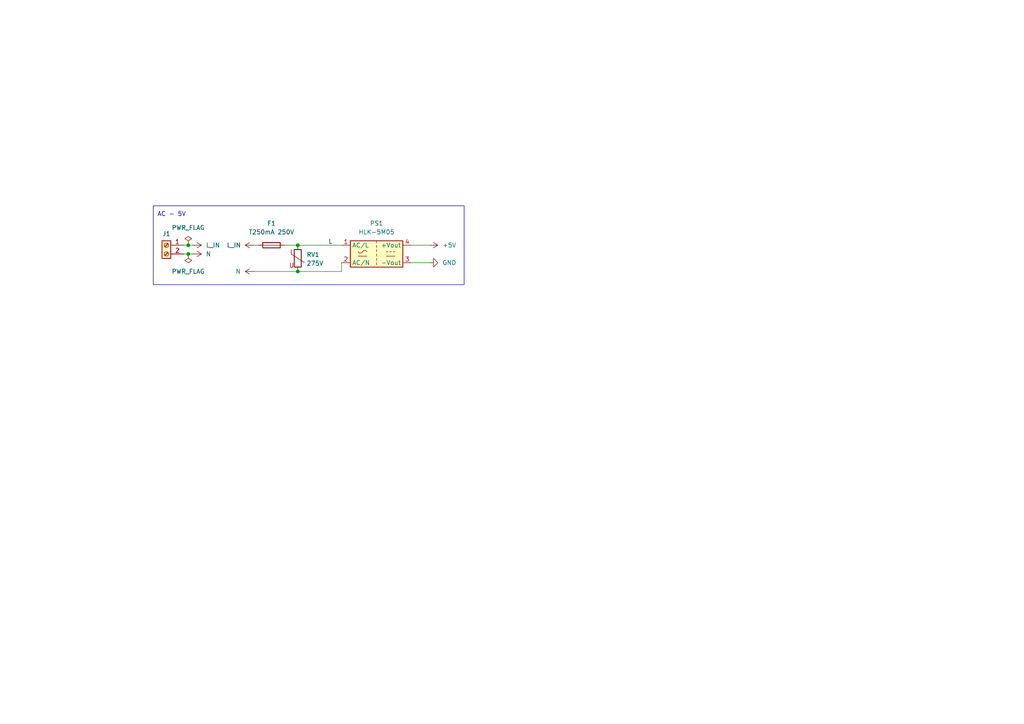
<source format=kicad_sch>
(kicad_sch (version 20250114) (generator "eeschema") (generator_version "9.0")
  (paper "A4")
  (lib_symbols
    (symbol "Converter_ACDC:HLK-5M05"
      (property "Reference" "PS" (at 0 5.08 0))
      (property "Value" "HLK-5M05" (at 0 -5.08 0))
      (symbol "HLK-5M05_0_1"
        (rectangle (start -7.62 3.81) (end 7.62 -3.81) (stroke (width 0.254)) (fill (type background)))
        (polyline (pts (xy -5.334 -0.635) (xy -2.794 -0.635)))
        (arc (start -4.064 0.635) (mid -4.699 0.2495) (end -5.334 0.635))
        (arc (start -4.064 0.635) (mid -3.429 1.0072) (end -2.794 0.635))
        (polyline (pts (xy 0 3.81) (xy 0 3.175)))
        (polyline (pts (xy 0 2.54) (xy 0 1.905)))
        (polyline (pts (xy 0 1.27) (xy 0 0.635)))
        (polyline (pts (xy 0 0) (xy 0 -0.635)))
        (polyline (pts (xy 0 -1.27) (xy 0 -1.905)))
        (polyline (pts (xy 0 -2.54) (xy 0 -3.175)))
        (polyline (pts (xy 2.794 0.635) (xy 3.302 0.635)))
        (polyline (pts (xy 2.794 -0.635) (xy 5.334 -0.635)))
        (polyline (pts (xy 3.81 0.635) (xy 4.318 0.635)))
        (polyline (pts (xy 4.826 0.635) (xy 5.334 0.635)))
      )
      (symbol "HLK-5M05_1_1"
        (pin power_in line (at -10.16 2.54 0) (length 2.54) (name "AC/L") (number "1"))
        (pin power_in line (at -10.16 -2.54 0) (length 2.54) (name "AC/N") (number "2"))
        (pin power_out line (at 10.16 2.54 180) (length 2.54) (name "+Vout") (number "4"))
        (pin power_out line (at 10.16 -2.54 180) (length 2.54) (name "-Vout") (number "3"))
      )
    )
    (symbol "Device:Fuse" (pin_numbers (hide yes)) (pin_names (offset 0))
      (property "Reference" "F" (at 2.032 0 90))
      (property "Value" "Fuse" (at -1.905 0 90))
      (symbol "Fuse_0_1"
        (rectangle (start -0.762 -2.54) (end 0.762 2.54) (stroke (width 0.254)))
        (polyline (pts (xy 0 2.54) (xy 0 -2.54)))
      )
      (symbol "Fuse_1_1"
        (pin passive line (at 0 3.81 270) (length 1.27) (name "~") (number "1"))
        (pin passive line (at 0 -3.81 90) (length 1.27) (name "~") (number "2"))
      )
    )
    (symbol "Screw_Terminal_01x02_2" (pin_names (offset 1.016) (hide yes))
      (property "Reference" "J" (at 0 2.54 0))
      (property "Value" "Screw_Terminal_01x02" (at 0 -5.08 0))
      (symbol "Screw_Terminal_01x02_2_1_1"
        (rectangle (start -1.27 1.27) (end 1.27 -3.81) (stroke (width 0.254)) (fill (type background)))
        (polyline (pts (xy -0.5334 0.3302) (xy 0.3302 -0.508)) (stroke (width 0.1524)))
        (polyline (pts (xy -0.5334 -2.2098) (xy 0.3302 -3.048)) (stroke (width 0.1524)))
        (polyline (pts (xy -0.3556 0.508) (xy 0.508 -0.3302)) (stroke (width 0.1524)))
        (polyline (pts (xy -0.3556 -2.032) (xy 0.508 -2.8702)) (stroke (width 0.1524)))
        (circle (center 0 0) (radius 0.635) (stroke (width 0.1524)))
        (circle (center 0 -2.54) (radius 0.635) (stroke (width 0.1524)))
        (pin passive line (at -5.08 0 0) (length 3.81) (name "Pin_1") (number "1"))
        (pin passive line (at -5.08 -2.54 0) (length 3.81) (name "Pin_2") (number "2"))
      )
    )
    (symbol "Varistor_1" (pin_numbers (hide yes)) (pin_names (offset 0))
      (property "Reference" "RV" (at 3.175 0 90))
      (property "Value" "Varistor" (at -3.175 0 90))
      (symbol "Varistor_1_0_0"
        (text "U" (at -1.778 -2.032 0) (effects (font (size 1.27 1.27))))
      )
      (symbol "Varistor_1_0_1"
        (polyline (pts (xy -1.905 2.54) (xy -1.905 1.27) (xy 1.905 -1.27)))
        (rectangle (start -1.016 -2.54) (end 1.016 2.54) (stroke (width 0.254)))
      )
      (symbol "Varistor_1_1_1"
        (pin passive line (at 0 3.81 270) (length 1.27) (name "~") (number "1"))
        (pin passive line (at 0 -3.81 90) (length 1.27) (name "~") (number "2"))
      )
    )
    (symbol "power:+5V" (power) (pin_numbers (hide yes)) (pin_names (offset 0) (hide yes))
      (property "Value" "+5V" (at 0 3.556 0))
      (symbol "+5V_0_1"
        (polyline (pts (xy -0.762 1.27) (xy 0 2.54)))
        (polyline (pts (xy 0 2.54) (xy 0.762 1.27)))
        (polyline (pts (xy 0 0) (xy 0 2.54)))
      )
      (symbol "+5V_1_1"
        (pin power_in line (at 0 0 90) (length 0) (name "~") (number "1"))
      )
    )
    (symbol "power:GND" (power) (pin_numbers (hide yes)) (pin_names (offset 0) (hide yes))
      (property "Value" "GND" (at 0 -3.81 0))
      (symbol "GND_0_1"
        (polyline (pts (xy 0 0) (xy 0 -1.27) (xy 1.27 -1.27) (xy 0 -2.54) (xy -1.27 -1.27) (xy 0 -1.27)))
      )
      (symbol "GND_1_1"
        (pin power_in line (at 0 0 270) (length 0) (name "~") (number "1"))
      )
    )
    (symbol "power:PWR_FLAG" (power) (pin_numbers (hide yes)) (pin_names (offset 0) (hide yes))
      (property "Value" "PWR_FLAG" (at 0 3.81 0))
      (symbol "PWR_FLAG_0_0"
        (pin power_out line (at 0 0 90) (length 0) (name "~") (number "1"))
      )
      (symbol "PWR_FLAG_0_1"
        (polyline (pts (xy 0 0) (xy 0 1.27) (xy -1.016 1.905) (xy 0 2.54) (xy 1.016 1.905) (xy 0 1.27)))
      )
    )
  )
  (rectangle (start 44.45 59.69) (end 134.62 82.55))
  (text "AC - 5V" (at 49.784 62.23 0) (effects (font (size 1.27 1.27))))
  (junction (at 86.36 71.12))
  (junction (at 86.36 78.74))
  (junction (at 54.61 73.66))
  (junction (at 54.61 71.12))
  (wire (pts (xy 86.36 71.12) (xy 99.06 71.12)))
  (wire (pts (xy 53.34 73.66) (xy 54.61 73.66)))
  (wire (pts (xy 73.66 71.12) (xy 74.93 71.12)))
  (wire (pts (xy 99.06 76.2) (xy 99.06 78.74)))
  (wire (pts (xy 119.38 76.2) (xy 124.46 76.2)))
  (wire (pts (xy 54.61 73.66) (xy 55.88 73.66)))
  (wire (pts (xy 86.36 78.74) (xy 99.06 78.74)))
  (wire (pts (xy 119.38 71.12) (xy 124.46 71.12)))
  (wire (pts (xy 82.55 71.12) (xy 86.36 71.12)))
  (wire (pts (xy 73.66 78.74) (xy 86.36 78.74)))
  (wire (pts (xy 54.61 71.12) (xy 55.88 71.12)))
  (wire (pts (xy 53.34 71.12) (xy 54.61 71.12)))
  (label "L" (at 95.25 71.12 0))
  (symbol (lib_id "power:+5V") (at 55.88 73.66 270) (unit 1)
    (property "Reference" "#PWR04" (effects (hide yes)))
    (property "Value" "N" (at 59.69 73.6599 90) (effects (justify left)))
    (property "Description" "Power symbol creates a global label with name \"+5V\"" (effects (hide yes)))
  )
  (symbol (lib_id "power:PWR_FLAG") (at 54.61 71.12 0) (unit 1)
    (property "Reference" "#FLG01" (effects (hide yes)))
    (property "Value" "PWR_FLAG" (at 54.61 66.04 0))
    (property "Description" "Special symbol for telling ERC where power comes from" (effects (hide yes)))
  )
  (symbol (lib_name "Varistor_1") (lib_id "Device:Varistor") (at 86.36 74.93 0) (unit 1)
    (property "Reference" "RV1" (at 88.9 73.8532 0) (effects (justify left)))
    (property "Value" "275V" (at 88.9 76.3932 0) (effects (justify left)))
    (property "Footprint" "Varistor:RV_Disc_D9mm_W3.4mm_P5mm" (effects (hide yes)))
    (property "Description" "Voltage dependent resistor" (effects (hide yes)))
    (property "Sim.Name" "kicad_builtin_varistor" (effects (hide yes)))
    (property "Sim.Device" "SUBCKT" (effects (hide yes)))
    (property "Sim.Pins" "1=A 2=B" (effects (hide yes)))
    (property "Sim.Params" "threshold=1k" (effects (hide yes)))
    (property "Sim.Library" "${KICAD9_SYMBOL_DIR}/Simulation_SPICE.sp" (effects (hide yes)))
  )
  (symbol (lib_id "Device:Fuse") (at 78.74 71.12 90) (unit 1)
    (property "Reference" "F1" (at 78.74 64.77 90))
    (property "Value" "T250mA 250V" (at 78.74 67.31 90))
    (property "Footprint" "Sivakov_FuseHolders_THT:FuseHolder_THT_5x20mm_PTF76_RM15mm" (effects (hide yes)))
    (property "Description" "Fuse" (effects (hide yes)))
  )
  (symbol (lib_name "Screw_Terminal_01x02_2") (lib_id "Connector:Screw_Terminal_01x02") (at 48.26 71.12 0) (mirror y) (unit 1)
    (property "Reference" "J1" (at 48.26 67.818 0))
    (property "Value" "Screw_Terminal_01x02" (effects (hide yes)))
    (property "Footprint" "TerminalBlock_Phoenix:TerminalBlock_Phoenix_MKDS-1,5-2-5.08_1x02_P5.08mm_Horizontal" (effects (hide yes)))
    (property "Description" "Generic screw terminal, single row, 01x02, script generated (kicad-library-utils/schlib/autogen/connector/)" (effects (hide yes)))
  )
  (symbol (lib_id "power:GND") (at 124.46 76.2 90) (unit 1)
    (property "Reference" "#PWR010" (effects (hide yes)))
    (property "Value" "GND" (at 128.27 76.1999 90) (effects (justify right)))
    (property "Description" "Power symbol creates a global label with name \"GND\" , ground" (effects (hide yes)))
  )
  (symbol (lib_id "power:PWR_FLAG") (at 54.61 73.66 180) (unit 1)
    (property "Reference" "#FLG02" (effects (hide yes)))
    (property "Value" "PWR_FLAG" (at 54.61 78.74 0))
    (property "Description" "Special symbol for telling ERC where power comes from" (effects (hide yes)))
  )
  (symbol (lib_id "power:+5V") (at 124.46 71.12 270) (unit 1)
    (property "Reference" "#PWR09" (effects (hide yes)))
    (property "Value" "+5V" (at 128.27 71.1199 90) (effects (justify left)))
    (property "Description" "Power symbol creates a global label with name \"+5V\"" (effects (hide yes)))
  )
  (symbol (lib_id "power:+5V") (at 55.88 71.12 270) (unit 1)
    (property "Reference" "#PWR03" (effects (hide yes)))
    (property "Value" "L_IN" (at 59.69 71.1199 90) (effects (justify left)))
    (property "Description" "Power symbol creates a global label with name \"+5V\"" (effects (hide yes)))
  )
  (symbol (lib_id "power:+5V") (at 73.66 78.74 90) (unit 1)
    (property "Reference" "#PWR06" (effects (hide yes)))
    (property "Value" "N" (at 69.85 78.7399 90) (effects (justify left)))
    (property "Description" "Power symbol creates a global label with name \"+5V\"" (effects (hide yes)))
  )
  (symbol (lib_id "Converter_ACDC:HLK-5M05") (at 109.22 73.66 0) (unit 1)
    (property "Reference" "PS1" (at 109.22 64.77 0))
    (property "Value" "HLK-5M05" (at 109.22 67.31 0))
    (property "Footprint" "Converter_ACDC:Converter_ACDC_Hi-Link_HLK-5Mxx" (effects (hide yes)))
    (property "Datasheet" "http://h.hlktech.com/download/ACDC%E7%94%B5%E6%BA%90%E6%A8%A1%E5%9D%975W%E7%B3%BB%E5%88%97/1/%E6%B5%B7%E5%87%8C%E7%A7%915W%E7%B3%BB%E5%88%97%E7%94%B5%E6%BA%90%E6%A8%A1%E5%9D%97%E8%A7%84%E6%A0%BC%E4%B9%A6V2.8.pdf" (effects (hide yes)))
    (property "Description" "Compact AC/DC board mount power module 5W, 5V 1A" (effects (hide yes)))
  )
  (symbol (lib_id "power:+5V") (at 73.66 71.12 90) (unit 1)
    (property "Reference" "#PWR05" (effects (hide yes)))
    (property "Value" "L_IN" (at 67.818 71.12 90))
    (property "Description" "Power symbol creates a global label with name \"+5V\"" (effects (hide yes)))
  )
)
</source>
